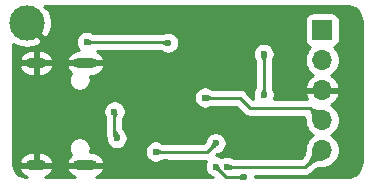
<source format=gbr>
%TF.GenerationSoftware,KiCad,Pcbnew,(5.1.6)-1*%
%TF.CreationDate,2020-07-24T23:52:19+08:00*%
%TF.ProjectId,USB_UART_CP2102,5553425f-5541-4525-945f-435032313032,rev?*%
%TF.SameCoordinates,Original*%
%TF.FileFunction,Copper,L2,Bot*%
%TF.FilePolarity,Positive*%
%FSLAX46Y46*%
G04 Gerber Fmt 4.6, Leading zero omitted, Abs format (unit mm)*
G04 Created by KiCad (PCBNEW (5.1.6)-1) date 2020-07-24 23:52:19*
%MOMM*%
%LPD*%
G01*
G04 APERTURE LIST*
%TA.AperFunction,ComponentPad*%
%ADD10C,3.000000*%
%TD*%
%TA.AperFunction,ComponentPad*%
%ADD11O,1.700000X1.700000*%
%TD*%
%TA.AperFunction,ComponentPad*%
%ADD12R,1.700000X1.700000*%
%TD*%
%TA.AperFunction,ComponentPad*%
%ADD13O,2.000000X0.900000*%
%TD*%
%TA.AperFunction,ComponentPad*%
%ADD14O,1.700000X0.900000*%
%TD*%
%TA.AperFunction,ViaPad*%
%ADD15C,1.200000*%
%TD*%
%TA.AperFunction,ViaPad*%
%ADD16C,0.600000*%
%TD*%
%TA.AperFunction,Conductor*%
%ADD17C,0.250000*%
%TD*%
%TA.AperFunction,Conductor*%
%ADD18C,0.254000*%
%TD*%
%TA.AperFunction,Conductor*%
%ADD19C,0.025400*%
%TD*%
G04 APERTURE END LIST*
D10*
%TO.P,REF\u002A\u002A,1*%
%TO.N,GND*%
X121905000Y-96157000D03*
%TD*%
D11*
%TO.P,J2,5*%
%TO.N,VBUS*%
X146924000Y-106952000D03*
%TO.P,J2,4*%
%TO.N,+3V3*%
X146924000Y-104412000D03*
%TO.P,J2,3*%
%TO.N,GND*%
X146924000Y-101872000D03*
%TO.P,J2,2*%
%TO.N,/TXD*%
X146924000Y-99332000D03*
D12*
%TO.P,J2,1*%
%TO.N,/RXD*%
X146924000Y-96792000D03*
%TD*%
D13*
%TO.P,J1,S1*%
%TO.N,GND*%
X126883000Y-99580000D03*
X126883000Y-108220000D03*
D14*
X122713000Y-99580000D03*
X122713000Y-108220000D03*
%TD*%
D15*
%TO.N,GND*%
X142225000Y-105174000D03*
X142225000Y-106952000D03*
X140447000Y-106952000D03*
D16*
X136256000Y-97173000D03*
X128509000Y-95649000D03*
X124445000Y-97681000D03*
X138034000Y-103523000D03*
X133716000Y-107968000D03*
D15*
X140447000Y-105174000D03*
D16*
X136000000Y-99000000D03*
X124000000Y-102000000D03*
X124000000Y-105000000D03*
X131000000Y-100000000D03*
X144638000Y-98062000D03*
X149464000Y-96792000D03*
X149464000Y-106952000D03*
X149464000Y-104412000D03*
X149464000Y-101872000D03*
X149464000Y-99332000D03*
X144384000Y-102126000D03*
X145146000Y-105682000D03*
X139812000Y-95268000D03*
X144638000Y-95268000D03*
X131430000Y-108222000D03*
X129398000Y-108476000D03*
X144384000Y-100348000D03*
%TO.N,VBUS*%
X138886000Y-108386000D03*
%TO.N,+3V3*%
X126985000Y-97808000D03*
X133900000Y-97865000D03*
X137018000Y-102507000D03*
%TO.N,Net-(J1-PadA7)*%
X129346922Y-103690501D03*
X129525000Y-105936000D03*
%TO.N,/D-*%
X137907000Y-106374990D03*
X132826992Y-107079000D03*
%TO.N,Net-(R3-Pad2)*%
X137907000Y-108349000D03*
X140320000Y-109238000D03*
%TO.N,Net-(R5-Pad2)*%
X141971000Y-98824000D03*
X141971000Y-102253000D03*
%TD*%
D17*
%TO.N,VBUS*%
X145490000Y-108386000D02*
X146924000Y-106952000D01*
X138886000Y-108386000D02*
X145490000Y-108386000D01*
%TO.N,+3V3*%
X133843000Y-97808000D02*
X133900000Y-97865000D01*
X126985000Y-97808000D02*
X133843000Y-97808000D01*
X137018000Y-102507000D02*
X139939000Y-102507000D01*
X139939000Y-102507000D02*
X140828000Y-103396000D01*
X145908000Y-103396000D02*
X146924000Y-104412000D01*
X140828000Y-103396000D02*
X145908000Y-103396000D01*
%TO.N,Net-(J1-PadA7)*%
X129346922Y-105757922D02*
X129525000Y-105936000D01*
X129346922Y-103690501D02*
X129346922Y-105757922D01*
%TO.N,/D-*%
X137202990Y-107079000D02*
X132826992Y-107079000D01*
X137907000Y-106374990D02*
X137202990Y-107079000D01*
%TO.N,Net-(R3-Pad2)*%
X137907000Y-108349000D02*
X138796000Y-109238000D01*
X138796000Y-109238000D02*
X140320000Y-109238000D01*
%TO.N,Net-(R5-Pad2)*%
X141971000Y-98824000D02*
X141971000Y-102253000D01*
%TD*%
D18*
%TO.N,GND*%
G36*
X149245021Y-94762549D02*
G01*
X149480712Y-94833708D01*
X149698089Y-94949291D01*
X149888879Y-95104895D01*
X150045811Y-95294593D01*
X150162906Y-95511157D01*
X150235709Y-95746344D01*
X150265000Y-96025028D01*
X150265001Y-107964043D01*
X150237451Y-108245021D01*
X150166291Y-108480712D01*
X150050711Y-108698088D01*
X149895104Y-108888879D01*
X149705408Y-109045811D01*
X149488843Y-109162906D01*
X149253656Y-109235709D01*
X148974972Y-109265000D01*
X141255000Y-109265000D01*
X141255000Y-109146000D01*
X145452678Y-109146000D01*
X145490000Y-109149676D01*
X145527322Y-109146000D01*
X145527333Y-109146000D01*
X145638986Y-109135003D01*
X145782247Y-109091546D01*
X145914276Y-109020974D01*
X146030001Y-108926001D01*
X146053804Y-108896997D01*
X146215885Y-108734916D01*
X146289067Y-108666683D01*
X146353668Y-108614736D01*
X146417715Y-108570902D01*
X146481610Y-108534329D01*
X146545991Y-108504237D01*
X146611739Y-108479990D01*
X146679915Y-108461178D01*
X146751606Y-108447670D01*
X146827826Y-108439612D01*
X146922667Y-108437000D01*
X147070260Y-108437000D01*
X147357158Y-108379932D01*
X147627411Y-108267990D01*
X147870632Y-108105475D01*
X148077475Y-107898632D01*
X148239990Y-107655411D01*
X148351932Y-107385158D01*
X148409000Y-107098260D01*
X148409000Y-106805740D01*
X148351932Y-106518842D01*
X148239990Y-106248589D01*
X148077475Y-106005368D01*
X147870632Y-105798525D01*
X147696240Y-105682000D01*
X147870632Y-105565475D01*
X148077475Y-105358632D01*
X148239990Y-105115411D01*
X148351932Y-104845158D01*
X148409000Y-104558260D01*
X148409000Y-104265740D01*
X148351932Y-103978842D01*
X148239990Y-103708589D01*
X148077475Y-103465368D01*
X147870632Y-103258525D01*
X147688466Y-103136805D01*
X147805355Y-103067178D01*
X148021588Y-102872269D01*
X148195641Y-102638920D01*
X148320825Y-102376099D01*
X148365476Y-102228890D01*
X148244155Y-101999000D01*
X147051000Y-101999000D01*
X147051000Y-102019000D01*
X146797000Y-102019000D01*
X146797000Y-101999000D01*
X145603845Y-101999000D01*
X145482524Y-102228890D01*
X145527175Y-102376099D01*
X145650968Y-102636000D01*
X142824393Y-102636000D01*
X142870068Y-102525729D01*
X142906000Y-102345089D01*
X142906000Y-102160911D01*
X142870068Y-101980271D01*
X142799586Y-101810111D01*
X142731000Y-101707465D01*
X142731000Y-99369535D01*
X142799586Y-99266889D01*
X142870068Y-99096729D01*
X142906000Y-98916089D01*
X142906000Y-98731911D01*
X142870068Y-98551271D01*
X142799586Y-98381111D01*
X142697262Y-98227972D01*
X142567028Y-98097738D01*
X142413889Y-97995414D01*
X142243729Y-97924932D01*
X142063089Y-97889000D01*
X141878911Y-97889000D01*
X141698271Y-97924932D01*
X141528111Y-97995414D01*
X141374972Y-98097738D01*
X141244738Y-98227972D01*
X141142414Y-98381111D01*
X141071932Y-98551271D01*
X141036000Y-98731911D01*
X141036000Y-98916089D01*
X141071932Y-99096729D01*
X141142414Y-99266889D01*
X141211000Y-99369536D01*
X141211001Y-101707463D01*
X141142414Y-101810111D01*
X141071932Y-101980271D01*
X141036000Y-102160911D01*
X141036000Y-102345089D01*
X141071932Y-102525729D01*
X141099793Y-102592991D01*
X140502803Y-101996002D01*
X140479001Y-101966999D01*
X140363276Y-101872026D01*
X140231247Y-101801454D01*
X140087986Y-101757997D01*
X139976333Y-101747000D01*
X139976322Y-101747000D01*
X139939000Y-101743324D01*
X139901678Y-101747000D01*
X137563535Y-101747000D01*
X137460889Y-101678414D01*
X137290729Y-101607932D01*
X137110089Y-101572000D01*
X136925911Y-101572000D01*
X136745271Y-101607932D01*
X136575111Y-101678414D01*
X136421972Y-101780738D01*
X136291738Y-101910972D01*
X136189414Y-102064111D01*
X136118932Y-102234271D01*
X136083000Y-102414911D01*
X136083000Y-102599089D01*
X136118932Y-102779729D01*
X136189414Y-102949889D01*
X136291738Y-103103028D01*
X136421972Y-103233262D01*
X136575111Y-103335586D01*
X136745271Y-103406068D01*
X136925911Y-103442000D01*
X137110089Y-103442000D01*
X137290729Y-103406068D01*
X137460889Y-103335586D01*
X137563535Y-103267000D01*
X139624199Y-103267000D01*
X140264200Y-103907002D01*
X140287999Y-103936001D01*
X140403724Y-104030974D01*
X140535753Y-104101546D01*
X140679014Y-104145003D01*
X140790667Y-104156000D01*
X140790677Y-104156000D01*
X140828000Y-104159676D01*
X140865323Y-104156000D01*
X145427268Y-104156000D01*
X145432885Y-104208037D01*
X145437872Y-104297004D01*
X145439000Y-104402852D01*
X145439000Y-104558260D01*
X145496068Y-104845158D01*
X145608010Y-105115411D01*
X145770525Y-105358632D01*
X145977368Y-105565475D01*
X146151760Y-105682000D01*
X145977368Y-105798525D01*
X145770525Y-106005368D01*
X145608010Y-106248589D01*
X145496068Y-106518842D01*
X145439000Y-106805740D01*
X145439000Y-106953333D01*
X145436388Y-107048177D01*
X145428330Y-107124385D01*
X145414821Y-107196084D01*
X145396010Y-107264256D01*
X145371760Y-107330016D01*
X145341669Y-107394394D01*
X145305102Y-107458276D01*
X145261263Y-107522331D01*
X145209310Y-107586940D01*
X145172892Y-107626000D01*
X139431535Y-107626000D01*
X139328889Y-107557414D01*
X139158729Y-107486932D01*
X138978089Y-107451000D01*
X138793911Y-107451000D01*
X138613271Y-107486932D01*
X138443111Y-107557414D01*
X138424187Y-107570058D01*
X138349889Y-107520414D01*
X138179729Y-107449932D01*
X137999089Y-107414000D01*
X137942792Y-107414000D01*
X138058649Y-107298143D01*
X138179729Y-107274058D01*
X138349889Y-107203576D01*
X138503028Y-107101252D01*
X138633262Y-106971018D01*
X138735586Y-106817879D01*
X138806068Y-106647719D01*
X138842000Y-106467079D01*
X138842000Y-106282901D01*
X138806068Y-106102261D01*
X138735586Y-105932101D01*
X138633262Y-105778962D01*
X138503028Y-105648728D01*
X138349889Y-105546404D01*
X138179729Y-105475922D01*
X137999089Y-105439990D01*
X137814911Y-105439990D01*
X137634271Y-105475922D01*
X137464111Y-105546404D01*
X137310972Y-105648728D01*
X137180738Y-105778962D01*
X137078414Y-105932101D01*
X137007932Y-106102261D01*
X136983847Y-106223341D01*
X136888188Y-106319000D01*
X133372527Y-106319000D01*
X133269881Y-106250414D01*
X133099721Y-106179932D01*
X132919081Y-106144000D01*
X132734903Y-106144000D01*
X132554263Y-106179932D01*
X132384103Y-106250414D01*
X132230964Y-106352738D01*
X132100730Y-106482972D01*
X131998406Y-106636111D01*
X131927924Y-106806271D01*
X131891992Y-106986911D01*
X131891992Y-107171089D01*
X131927924Y-107351729D01*
X131998406Y-107521889D01*
X132100730Y-107675028D01*
X132230964Y-107805262D01*
X132384103Y-107907586D01*
X132554263Y-107978068D01*
X132734903Y-108014000D01*
X132919081Y-108014000D01*
X133099721Y-107978068D01*
X133269881Y-107907586D01*
X133372527Y-107839000D01*
X137123256Y-107839000D01*
X137078414Y-107906111D01*
X137007932Y-108076271D01*
X136972000Y-108256911D01*
X136972000Y-108441089D01*
X137007932Y-108621729D01*
X137078414Y-108791889D01*
X137180738Y-108945028D01*
X137310972Y-109075262D01*
X137464111Y-109177586D01*
X137634271Y-109248068D01*
X137719393Y-109265000D01*
X127743441Y-109265000D01*
X127769233Y-109259376D01*
X127965545Y-109173809D01*
X128141391Y-109051587D01*
X128290014Y-108897408D01*
X128405702Y-108717197D01*
X128477408Y-108514001D01*
X128350502Y-108347000D01*
X127010000Y-108347000D01*
X127010000Y-108367000D01*
X126756000Y-108367000D01*
X126756000Y-108347000D01*
X125415498Y-108347000D01*
X125288592Y-108514001D01*
X125360298Y-108717197D01*
X125475986Y-108897408D01*
X125624609Y-109051587D01*
X125800455Y-109173809D01*
X125996767Y-109259376D01*
X126022559Y-109265000D01*
X123423441Y-109265000D01*
X123449233Y-109259376D01*
X123645545Y-109173809D01*
X123821391Y-109051587D01*
X123970014Y-108897408D01*
X124085702Y-108717197D01*
X124157408Y-108514001D01*
X124030502Y-108347000D01*
X122840000Y-108347000D01*
X122840000Y-108367000D01*
X122586000Y-108367000D01*
X122586000Y-108347000D01*
X121395498Y-108347000D01*
X121268592Y-108514001D01*
X121340298Y-108717197D01*
X121455986Y-108897408D01*
X121604609Y-109051587D01*
X121780455Y-109173809D01*
X121976238Y-109259145D01*
X121754979Y-109237451D01*
X121519288Y-109166291D01*
X121301912Y-109050711D01*
X121111121Y-108895104D01*
X120954189Y-108705408D01*
X120837094Y-108488843D01*
X120764291Y-108253656D01*
X120735000Y-107974972D01*
X120735000Y-107925999D01*
X121268592Y-107925999D01*
X121395498Y-108093000D01*
X122586000Y-108093000D01*
X122586000Y-107135000D01*
X122840000Y-107135000D01*
X122840000Y-108093000D01*
X124030502Y-108093000D01*
X124157408Y-107925999D01*
X125288592Y-107925999D01*
X125415498Y-108093000D01*
X126756000Y-108093000D01*
X126756000Y-108073000D01*
X127010000Y-108073000D01*
X127010000Y-108093000D01*
X128350502Y-108093000D01*
X128477408Y-107925999D01*
X128405702Y-107722803D01*
X128290014Y-107542592D01*
X128141391Y-107388413D01*
X127965545Y-107266191D01*
X127769233Y-107180624D01*
X127560000Y-107135000D01*
X127272133Y-107135000D01*
X127302068Y-107062729D01*
X127338000Y-106882089D01*
X127338000Y-106697911D01*
X127302068Y-106517271D01*
X127231586Y-106347111D01*
X127129262Y-106193972D01*
X126999028Y-106063738D01*
X126845889Y-105961414D01*
X126675729Y-105890932D01*
X126495089Y-105855000D01*
X126310911Y-105855000D01*
X126130271Y-105890932D01*
X125960111Y-105961414D01*
X125806972Y-106063738D01*
X125676738Y-106193972D01*
X125574414Y-106347111D01*
X125503932Y-106517271D01*
X125468000Y-106697911D01*
X125468000Y-106882089D01*
X125503932Y-107062729D01*
X125574414Y-107232889D01*
X125661294Y-107362915D01*
X125624609Y-107388413D01*
X125475986Y-107542592D01*
X125360298Y-107722803D01*
X125288592Y-107925999D01*
X124157408Y-107925999D01*
X124085702Y-107722803D01*
X123970014Y-107542592D01*
X123821391Y-107388413D01*
X123645545Y-107266191D01*
X123449233Y-107180624D01*
X123240000Y-107135000D01*
X122840000Y-107135000D01*
X122586000Y-107135000D01*
X122186000Y-107135000D01*
X121976767Y-107180624D01*
X121780455Y-107266191D01*
X121604609Y-107388413D01*
X121455986Y-107542592D01*
X121340298Y-107722803D01*
X121268592Y-107925999D01*
X120735000Y-107925999D01*
X120735000Y-103598412D01*
X128411922Y-103598412D01*
X128411922Y-103782590D01*
X128447854Y-103963230D01*
X128518336Y-104133390D01*
X128586922Y-104236037D01*
X128586923Y-105720590D01*
X128583246Y-105757922D01*
X128586923Y-105795255D01*
X128591147Y-105838144D01*
X128590000Y-105843911D01*
X128590000Y-106028089D01*
X128625932Y-106208729D01*
X128696414Y-106378889D01*
X128798738Y-106532028D01*
X128928972Y-106662262D01*
X129082111Y-106764586D01*
X129252271Y-106835068D01*
X129432911Y-106871000D01*
X129617089Y-106871000D01*
X129797729Y-106835068D01*
X129967889Y-106764586D01*
X130121028Y-106662262D01*
X130251262Y-106532028D01*
X130353586Y-106378889D01*
X130424068Y-106208729D01*
X130460000Y-106028089D01*
X130460000Y-105843911D01*
X130424068Y-105663271D01*
X130353586Y-105493111D01*
X130251262Y-105339972D01*
X130189296Y-105278006D01*
X130189214Y-105277910D01*
X130181681Y-105268292D01*
X130168672Y-105250566D01*
X130151434Y-105225817D01*
X130130673Y-105194699D01*
X130106922Y-105157788D01*
X130106922Y-104236036D01*
X130175508Y-104133390D01*
X130245990Y-103963230D01*
X130281922Y-103782590D01*
X130281922Y-103598412D01*
X130245990Y-103417772D01*
X130175508Y-103247612D01*
X130073184Y-103094473D01*
X129942950Y-102964239D01*
X129789811Y-102861915D01*
X129619651Y-102791433D01*
X129439011Y-102755501D01*
X129254833Y-102755501D01*
X129074193Y-102791433D01*
X128904033Y-102861915D01*
X128750894Y-102964239D01*
X128620660Y-103094473D01*
X128518336Y-103247612D01*
X128447854Y-103417772D01*
X128411922Y-103598412D01*
X120735000Y-103598412D01*
X120735000Y-99874001D01*
X121268592Y-99874001D01*
X121340298Y-100077197D01*
X121455986Y-100257408D01*
X121604609Y-100411587D01*
X121780455Y-100533809D01*
X121976767Y-100619376D01*
X122186000Y-100665000D01*
X122586000Y-100665000D01*
X122586000Y-99707000D01*
X122840000Y-99707000D01*
X122840000Y-100665000D01*
X123240000Y-100665000D01*
X123449233Y-100619376D01*
X123645545Y-100533809D01*
X123821391Y-100411587D01*
X123970014Y-100257408D01*
X124085702Y-100077197D01*
X124157408Y-99874001D01*
X125288592Y-99874001D01*
X125360298Y-100077197D01*
X125475986Y-100257408D01*
X125624609Y-100411587D01*
X125661294Y-100437085D01*
X125574414Y-100567111D01*
X125503932Y-100737271D01*
X125468000Y-100917911D01*
X125468000Y-101102089D01*
X125503932Y-101282729D01*
X125574414Y-101452889D01*
X125676738Y-101606028D01*
X125806972Y-101736262D01*
X125960111Y-101838586D01*
X126130271Y-101909068D01*
X126310911Y-101945000D01*
X126495089Y-101945000D01*
X126675729Y-101909068D01*
X126845889Y-101838586D01*
X126999028Y-101736262D01*
X127129262Y-101606028D01*
X127231586Y-101452889D01*
X127302068Y-101282729D01*
X127338000Y-101102089D01*
X127338000Y-100917911D01*
X127302068Y-100737271D01*
X127272133Y-100665000D01*
X127560000Y-100665000D01*
X127769233Y-100619376D01*
X127965545Y-100533809D01*
X128141391Y-100411587D01*
X128290014Y-100257408D01*
X128405702Y-100077197D01*
X128477408Y-99874001D01*
X128350502Y-99707000D01*
X127010000Y-99707000D01*
X127010000Y-99727000D01*
X126756000Y-99727000D01*
X126756000Y-99707000D01*
X125415498Y-99707000D01*
X125288592Y-99874001D01*
X124157408Y-99874001D01*
X124030502Y-99707000D01*
X122840000Y-99707000D01*
X122586000Y-99707000D01*
X121395498Y-99707000D01*
X121268592Y-99874001D01*
X120735000Y-99874001D01*
X120735000Y-99285999D01*
X121268592Y-99285999D01*
X121395498Y-99453000D01*
X122586000Y-99453000D01*
X122586000Y-98495000D01*
X122840000Y-98495000D01*
X122840000Y-99453000D01*
X124030502Y-99453000D01*
X124157408Y-99285999D01*
X125288592Y-99285999D01*
X125415498Y-99453000D01*
X126756000Y-99453000D01*
X126756000Y-99433000D01*
X127010000Y-99433000D01*
X127010000Y-99453000D01*
X128350502Y-99453000D01*
X128477408Y-99285999D01*
X128405702Y-99082803D01*
X128290014Y-98902592D01*
X128141391Y-98748413D01*
X127965545Y-98626191D01*
X127832040Y-98568000D01*
X133280710Y-98568000D01*
X133303972Y-98591262D01*
X133457111Y-98693586D01*
X133627271Y-98764068D01*
X133807911Y-98800000D01*
X133992089Y-98800000D01*
X134172729Y-98764068D01*
X134342889Y-98693586D01*
X134496028Y-98591262D01*
X134626262Y-98461028D01*
X134728586Y-98307889D01*
X134799068Y-98137729D01*
X134835000Y-97957089D01*
X134835000Y-97772911D01*
X134799068Y-97592271D01*
X134728586Y-97422111D01*
X134626262Y-97268972D01*
X134496028Y-97138738D01*
X134342889Y-97036414D01*
X134172729Y-96965932D01*
X133992089Y-96930000D01*
X133807911Y-96930000D01*
X133627271Y-96965932D01*
X133457111Y-97036414D01*
X133439771Y-97048000D01*
X127530535Y-97048000D01*
X127427889Y-96979414D01*
X127257729Y-96908932D01*
X127077089Y-96873000D01*
X126892911Y-96873000D01*
X126712271Y-96908932D01*
X126542111Y-96979414D01*
X126388972Y-97081738D01*
X126258738Y-97211972D01*
X126156414Y-97365111D01*
X126085932Y-97535271D01*
X126050000Y-97715911D01*
X126050000Y-97900089D01*
X126085932Y-98080729D01*
X126156414Y-98250889D01*
X126258738Y-98404028D01*
X126349710Y-98495000D01*
X126206000Y-98495000D01*
X125996767Y-98540624D01*
X125800455Y-98626191D01*
X125624609Y-98748413D01*
X125475986Y-98902592D01*
X125360298Y-99082803D01*
X125288592Y-99285999D01*
X124157408Y-99285999D01*
X124085702Y-99082803D01*
X123970014Y-98902592D01*
X123821391Y-98748413D01*
X123645545Y-98626191D01*
X123449233Y-98540624D01*
X123240000Y-98495000D01*
X122840000Y-98495000D01*
X122586000Y-98495000D01*
X122186000Y-98495000D01*
X121976767Y-98540624D01*
X121780455Y-98626191D01*
X121604609Y-98748413D01*
X121455986Y-98902592D01*
X121340298Y-99082803D01*
X121268592Y-99285999D01*
X120735000Y-99285999D01*
X120735000Y-97935973D01*
X120748962Y-97964214D01*
X121123745Y-98155020D01*
X121528551Y-98269044D01*
X121947824Y-98301902D01*
X122365451Y-98252334D01*
X122765383Y-98122243D01*
X123061038Y-97964214D01*
X123217048Y-97648653D01*
X121905000Y-96336605D01*
X121890858Y-96350748D01*
X121711253Y-96171143D01*
X121725395Y-96157000D01*
X121711253Y-96142858D01*
X121890858Y-95963253D01*
X121905000Y-95977395D01*
X121919143Y-95963253D01*
X122098748Y-96142858D01*
X122084605Y-96157000D01*
X123396653Y-97469048D01*
X123712214Y-97313038D01*
X123903020Y-96938255D01*
X124017044Y-96533449D01*
X124049902Y-96114176D01*
X124029467Y-95942000D01*
X145435928Y-95942000D01*
X145435928Y-97642000D01*
X145448188Y-97766482D01*
X145484498Y-97886180D01*
X145543463Y-97996494D01*
X145622815Y-98093185D01*
X145719506Y-98172537D01*
X145829820Y-98231502D01*
X145902380Y-98253513D01*
X145770525Y-98385368D01*
X145608010Y-98628589D01*
X145496068Y-98898842D01*
X145439000Y-99185740D01*
X145439000Y-99478260D01*
X145496068Y-99765158D01*
X145608010Y-100035411D01*
X145770525Y-100278632D01*
X145977368Y-100485475D01*
X146159534Y-100607195D01*
X146042645Y-100676822D01*
X145826412Y-100871731D01*
X145652359Y-101105080D01*
X145527175Y-101367901D01*
X145482524Y-101515110D01*
X145603845Y-101745000D01*
X146797000Y-101745000D01*
X146797000Y-101725000D01*
X147051000Y-101725000D01*
X147051000Y-101745000D01*
X148244155Y-101745000D01*
X148365476Y-101515110D01*
X148320825Y-101367901D01*
X148195641Y-101105080D01*
X148021588Y-100871731D01*
X147805355Y-100676822D01*
X147688466Y-100607195D01*
X147870632Y-100485475D01*
X148077475Y-100278632D01*
X148239990Y-100035411D01*
X148351932Y-99765158D01*
X148409000Y-99478260D01*
X148409000Y-99185740D01*
X148351932Y-98898842D01*
X148239990Y-98628589D01*
X148077475Y-98385368D01*
X147945620Y-98253513D01*
X148018180Y-98231502D01*
X148128494Y-98172537D01*
X148225185Y-98093185D01*
X148304537Y-97996494D01*
X148363502Y-97886180D01*
X148399812Y-97766482D01*
X148412072Y-97642000D01*
X148412072Y-95942000D01*
X148399812Y-95817518D01*
X148363502Y-95697820D01*
X148304537Y-95587506D01*
X148225185Y-95490815D01*
X148128494Y-95411463D01*
X148018180Y-95352498D01*
X147898482Y-95316188D01*
X147774000Y-95303928D01*
X146074000Y-95303928D01*
X145949518Y-95316188D01*
X145829820Y-95352498D01*
X145719506Y-95411463D01*
X145622815Y-95490815D01*
X145543463Y-95587506D01*
X145484498Y-95697820D01*
X145448188Y-95817518D01*
X145435928Y-95942000D01*
X124029467Y-95942000D01*
X124000334Y-95696549D01*
X123870243Y-95296617D01*
X123712214Y-95000962D01*
X123396655Y-94844953D01*
X123506608Y-94735000D01*
X148964053Y-94735000D01*
X149245021Y-94762549D01*
G37*
X149245021Y-94762549D02*
X149480712Y-94833708D01*
X149698089Y-94949291D01*
X149888879Y-95104895D01*
X150045811Y-95294593D01*
X150162906Y-95511157D01*
X150235709Y-95746344D01*
X150265000Y-96025028D01*
X150265001Y-107964043D01*
X150237451Y-108245021D01*
X150166291Y-108480712D01*
X150050711Y-108698088D01*
X149895104Y-108888879D01*
X149705408Y-109045811D01*
X149488843Y-109162906D01*
X149253656Y-109235709D01*
X148974972Y-109265000D01*
X141255000Y-109265000D01*
X141255000Y-109146000D01*
X145452678Y-109146000D01*
X145490000Y-109149676D01*
X145527322Y-109146000D01*
X145527333Y-109146000D01*
X145638986Y-109135003D01*
X145782247Y-109091546D01*
X145914276Y-109020974D01*
X146030001Y-108926001D01*
X146053804Y-108896997D01*
X146215885Y-108734916D01*
X146289067Y-108666683D01*
X146353668Y-108614736D01*
X146417715Y-108570902D01*
X146481610Y-108534329D01*
X146545991Y-108504237D01*
X146611739Y-108479990D01*
X146679915Y-108461178D01*
X146751606Y-108447670D01*
X146827826Y-108439612D01*
X146922667Y-108437000D01*
X147070260Y-108437000D01*
X147357158Y-108379932D01*
X147627411Y-108267990D01*
X147870632Y-108105475D01*
X148077475Y-107898632D01*
X148239990Y-107655411D01*
X148351932Y-107385158D01*
X148409000Y-107098260D01*
X148409000Y-106805740D01*
X148351932Y-106518842D01*
X148239990Y-106248589D01*
X148077475Y-106005368D01*
X147870632Y-105798525D01*
X147696240Y-105682000D01*
X147870632Y-105565475D01*
X148077475Y-105358632D01*
X148239990Y-105115411D01*
X148351932Y-104845158D01*
X148409000Y-104558260D01*
X148409000Y-104265740D01*
X148351932Y-103978842D01*
X148239990Y-103708589D01*
X148077475Y-103465368D01*
X147870632Y-103258525D01*
X147688466Y-103136805D01*
X147805355Y-103067178D01*
X148021588Y-102872269D01*
X148195641Y-102638920D01*
X148320825Y-102376099D01*
X148365476Y-102228890D01*
X148244155Y-101999000D01*
X147051000Y-101999000D01*
X147051000Y-102019000D01*
X146797000Y-102019000D01*
X146797000Y-101999000D01*
X145603845Y-101999000D01*
X145482524Y-102228890D01*
X145527175Y-102376099D01*
X145650968Y-102636000D01*
X142824393Y-102636000D01*
X142870068Y-102525729D01*
X142906000Y-102345089D01*
X142906000Y-102160911D01*
X142870068Y-101980271D01*
X142799586Y-101810111D01*
X142731000Y-101707465D01*
X142731000Y-99369535D01*
X142799586Y-99266889D01*
X142870068Y-99096729D01*
X142906000Y-98916089D01*
X142906000Y-98731911D01*
X142870068Y-98551271D01*
X142799586Y-98381111D01*
X142697262Y-98227972D01*
X142567028Y-98097738D01*
X142413889Y-97995414D01*
X142243729Y-97924932D01*
X142063089Y-97889000D01*
X141878911Y-97889000D01*
X141698271Y-97924932D01*
X141528111Y-97995414D01*
X141374972Y-98097738D01*
X141244738Y-98227972D01*
X141142414Y-98381111D01*
X141071932Y-98551271D01*
X141036000Y-98731911D01*
X141036000Y-98916089D01*
X141071932Y-99096729D01*
X141142414Y-99266889D01*
X141211000Y-99369536D01*
X141211001Y-101707463D01*
X141142414Y-101810111D01*
X141071932Y-101980271D01*
X141036000Y-102160911D01*
X141036000Y-102345089D01*
X141071932Y-102525729D01*
X141099793Y-102592991D01*
X140502803Y-101996002D01*
X140479001Y-101966999D01*
X140363276Y-101872026D01*
X140231247Y-101801454D01*
X140087986Y-101757997D01*
X139976333Y-101747000D01*
X139976322Y-101747000D01*
X139939000Y-101743324D01*
X139901678Y-101747000D01*
X137563535Y-101747000D01*
X137460889Y-101678414D01*
X137290729Y-101607932D01*
X137110089Y-101572000D01*
X136925911Y-101572000D01*
X136745271Y-101607932D01*
X136575111Y-101678414D01*
X136421972Y-101780738D01*
X136291738Y-101910972D01*
X136189414Y-102064111D01*
X136118932Y-102234271D01*
X136083000Y-102414911D01*
X136083000Y-102599089D01*
X136118932Y-102779729D01*
X136189414Y-102949889D01*
X136291738Y-103103028D01*
X136421972Y-103233262D01*
X136575111Y-103335586D01*
X136745271Y-103406068D01*
X136925911Y-103442000D01*
X137110089Y-103442000D01*
X137290729Y-103406068D01*
X137460889Y-103335586D01*
X137563535Y-103267000D01*
X139624199Y-103267000D01*
X140264200Y-103907002D01*
X140287999Y-103936001D01*
X140403724Y-104030974D01*
X140535753Y-104101546D01*
X140679014Y-104145003D01*
X140790667Y-104156000D01*
X140790677Y-104156000D01*
X140828000Y-104159676D01*
X140865323Y-104156000D01*
X145427268Y-104156000D01*
X145432885Y-104208037D01*
X145437872Y-104297004D01*
X145439000Y-104402852D01*
X145439000Y-104558260D01*
X145496068Y-104845158D01*
X145608010Y-105115411D01*
X145770525Y-105358632D01*
X145977368Y-105565475D01*
X146151760Y-105682000D01*
X145977368Y-105798525D01*
X145770525Y-106005368D01*
X145608010Y-106248589D01*
X145496068Y-106518842D01*
X145439000Y-106805740D01*
X145439000Y-106953333D01*
X145436388Y-107048177D01*
X145428330Y-107124385D01*
X145414821Y-107196084D01*
X145396010Y-107264256D01*
X145371760Y-107330016D01*
X145341669Y-107394394D01*
X145305102Y-107458276D01*
X145261263Y-107522331D01*
X145209310Y-107586940D01*
X145172892Y-107626000D01*
X139431535Y-107626000D01*
X139328889Y-107557414D01*
X139158729Y-107486932D01*
X138978089Y-107451000D01*
X138793911Y-107451000D01*
X138613271Y-107486932D01*
X138443111Y-107557414D01*
X138424187Y-107570058D01*
X138349889Y-107520414D01*
X138179729Y-107449932D01*
X137999089Y-107414000D01*
X137942792Y-107414000D01*
X138058649Y-107298143D01*
X138179729Y-107274058D01*
X138349889Y-107203576D01*
X138503028Y-107101252D01*
X138633262Y-106971018D01*
X138735586Y-106817879D01*
X138806068Y-106647719D01*
X138842000Y-106467079D01*
X138842000Y-106282901D01*
X138806068Y-106102261D01*
X138735586Y-105932101D01*
X138633262Y-105778962D01*
X138503028Y-105648728D01*
X138349889Y-105546404D01*
X138179729Y-105475922D01*
X137999089Y-105439990D01*
X137814911Y-105439990D01*
X137634271Y-105475922D01*
X137464111Y-105546404D01*
X137310972Y-105648728D01*
X137180738Y-105778962D01*
X137078414Y-105932101D01*
X137007932Y-106102261D01*
X136983847Y-106223341D01*
X136888188Y-106319000D01*
X133372527Y-106319000D01*
X133269881Y-106250414D01*
X133099721Y-106179932D01*
X132919081Y-106144000D01*
X132734903Y-106144000D01*
X132554263Y-106179932D01*
X132384103Y-106250414D01*
X132230964Y-106352738D01*
X132100730Y-106482972D01*
X131998406Y-106636111D01*
X131927924Y-106806271D01*
X131891992Y-106986911D01*
X131891992Y-107171089D01*
X131927924Y-107351729D01*
X131998406Y-107521889D01*
X132100730Y-107675028D01*
X132230964Y-107805262D01*
X132384103Y-107907586D01*
X132554263Y-107978068D01*
X132734903Y-108014000D01*
X132919081Y-108014000D01*
X133099721Y-107978068D01*
X133269881Y-107907586D01*
X133372527Y-107839000D01*
X137123256Y-107839000D01*
X137078414Y-107906111D01*
X137007932Y-108076271D01*
X136972000Y-108256911D01*
X136972000Y-108441089D01*
X137007932Y-108621729D01*
X137078414Y-108791889D01*
X137180738Y-108945028D01*
X137310972Y-109075262D01*
X137464111Y-109177586D01*
X137634271Y-109248068D01*
X137719393Y-109265000D01*
X127743441Y-109265000D01*
X127769233Y-109259376D01*
X127965545Y-109173809D01*
X128141391Y-109051587D01*
X128290014Y-108897408D01*
X128405702Y-108717197D01*
X128477408Y-108514001D01*
X128350502Y-108347000D01*
X127010000Y-108347000D01*
X127010000Y-108367000D01*
X126756000Y-108367000D01*
X126756000Y-108347000D01*
X125415498Y-108347000D01*
X125288592Y-108514001D01*
X125360298Y-108717197D01*
X125475986Y-108897408D01*
X125624609Y-109051587D01*
X125800455Y-109173809D01*
X125996767Y-109259376D01*
X126022559Y-109265000D01*
X123423441Y-109265000D01*
X123449233Y-109259376D01*
X123645545Y-109173809D01*
X123821391Y-109051587D01*
X123970014Y-108897408D01*
X124085702Y-108717197D01*
X124157408Y-108514001D01*
X124030502Y-108347000D01*
X122840000Y-108347000D01*
X122840000Y-108367000D01*
X122586000Y-108367000D01*
X122586000Y-108347000D01*
X121395498Y-108347000D01*
X121268592Y-108514001D01*
X121340298Y-108717197D01*
X121455986Y-108897408D01*
X121604609Y-109051587D01*
X121780455Y-109173809D01*
X121976238Y-109259145D01*
X121754979Y-109237451D01*
X121519288Y-109166291D01*
X121301912Y-109050711D01*
X121111121Y-108895104D01*
X120954189Y-108705408D01*
X120837094Y-108488843D01*
X120764291Y-108253656D01*
X120735000Y-107974972D01*
X120735000Y-107925999D01*
X121268592Y-107925999D01*
X121395498Y-108093000D01*
X122586000Y-108093000D01*
X122586000Y-107135000D01*
X122840000Y-107135000D01*
X122840000Y-108093000D01*
X124030502Y-108093000D01*
X124157408Y-107925999D01*
X125288592Y-107925999D01*
X125415498Y-108093000D01*
X126756000Y-108093000D01*
X126756000Y-108073000D01*
X127010000Y-108073000D01*
X127010000Y-108093000D01*
X128350502Y-108093000D01*
X128477408Y-107925999D01*
X128405702Y-107722803D01*
X128290014Y-107542592D01*
X128141391Y-107388413D01*
X127965545Y-107266191D01*
X127769233Y-107180624D01*
X127560000Y-107135000D01*
X127272133Y-107135000D01*
X127302068Y-107062729D01*
X127338000Y-106882089D01*
X127338000Y-106697911D01*
X127302068Y-106517271D01*
X127231586Y-106347111D01*
X127129262Y-106193972D01*
X126999028Y-106063738D01*
X126845889Y-105961414D01*
X126675729Y-105890932D01*
X126495089Y-105855000D01*
X126310911Y-105855000D01*
X126130271Y-105890932D01*
X125960111Y-105961414D01*
X125806972Y-106063738D01*
X125676738Y-106193972D01*
X125574414Y-106347111D01*
X125503932Y-106517271D01*
X125468000Y-106697911D01*
X125468000Y-106882089D01*
X125503932Y-107062729D01*
X125574414Y-107232889D01*
X125661294Y-107362915D01*
X125624609Y-107388413D01*
X125475986Y-107542592D01*
X125360298Y-107722803D01*
X125288592Y-107925999D01*
X124157408Y-107925999D01*
X124085702Y-107722803D01*
X123970014Y-107542592D01*
X123821391Y-107388413D01*
X123645545Y-107266191D01*
X123449233Y-107180624D01*
X123240000Y-107135000D01*
X122840000Y-107135000D01*
X122586000Y-107135000D01*
X122186000Y-107135000D01*
X121976767Y-107180624D01*
X121780455Y-107266191D01*
X121604609Y-107388413D01*
X121455986Y-107542592D01*
X121340298Y-107722803D01*
X121268592Y-107925999D01*
X120735000Y-107925999D01*
X120735000Y-103598412D01*
X128411922Y-103598412D01*
X128411922Y-103782590D01*
X128447854Y-103963230D01*
X128518336Y-104133390D01*
X128586922Y-104236037D01*
X128586923Y-105720590D01*
X128583246Y-105757922D01*
X128586923Y-105795255D01*
X128591147Y-105838144D01*
X128590000Y-105843911D01*
X128590000Y-106028089D01*
X128625932Y-106208729D01*
X128696414Y-106378889D01*
X128798738Y-106532028D01*
X128928972Y-106662262D01*
X129082111Y-106764586D01*
X129252271Y-106835068D01*
X129432911Y-106871000D01*
X129617089Y-106871000D01*
X129797729Y-106835068D01*
X129967889Y-106764586D01*
X130121028Y-106662262D01*
X130251262Y-106532028D01*
X130353586Y-106378889D01*
X130424068Y-106208729D01*
X130460000Y-106028089D01*
X130460000Y-105843911D01*
X130424068Y-105663271D01*
X130353586Y-105493111D01*
X130251262Y-105339972D01*
X130189296Y-105278006D01*
X130189214Y-105277910D01*
X130181681Y-105268292D01*
X130168672Y-105250566D01*
X130151434Y-105225817D01*
X130130673Y-105194699D01*
X130106922Y-105157788D01*
X130106922Y-104236036D01*
X130175508Y-104133390D01*
X130245990Y-103963230D01*
X130281922Y-103782590D01*
X130281922Y-103598412D01*
X130245990Y-103417772D01*
X130175508Y-103247612D01*
X130073184Y-103094473D01*
X129942950Y-102964239D01*
X129789811Y-102861915D01*
X129619651Y-102791433D01*
X129439011Y-102755501D01*
X129254833Y-102755501D01*
X129074193Y-102791433D01*
X128904033Y-102861915D01*
X128750894Y-102964239D01*
X128620660Y-103094473D01*
X128518336Y-103247612D01*
X128447854Y-103417772D01*
X128411922Y-103598412D01*
X120735000Y-103598412D01*
X120735000Y-99874001D01*
X121268592Y-99874001D01*
X121340298Y-100077197D01*
X121455986Y-100257408D01*
X121604609Y-100411587D01*
X121780455Y-100533809D01*
X121976767Y-100619376D01*
X122186000Y-100665000D01*
X122586000Y-100665000D01*
X122586000Y-99707000D01*
X122840000Y-99707000D01*
X122840000Y-100665000D01*
X123240000Y-100665000D01*
X123449233Y-100619376D01*
X123645545Y-100533809D01*
X123821391Y-100411587D01*
X123970014Y-100257408D01*
X124085702Y-100077197D01*
X124157408Y-99874001D01*
X125288592Y-99874001D01*
X125360298Y-100077197D01*
X125475986Y-100257408D01*
X125624609Y-100411587D01*
X125661294Y-100437085D01*
X125574414Y-100567111D01*
X125503932Y-100737271D01*
X125468000Y-100917911D01*
X125468000Y-101102089D01*
X125503932Y-101282729D01*
X125574414Y-101452889D01*
X125676738Y-101606028D01*
X125806972Y-101736262D01*
X125960111Y-101838586D01*
X126130271Y-101909068D01*
X126310911Y-101945000D01*
X126495089Y-101945000D01*
X126675729Y-101909068D01*
X126845889Y-101838586D01*
X126999028Y-101736262D01*
X127129262Y-101606028D01*
X127231586Y-101452889D01*
X127302068Y-101282729D01*
X127338000Y-101102089D01*
X127338000Y-100917911D01*
X127302068Y-100737271D01*
X127272133Y-100665000D01*
X127560000Y-100665000D01*
X127769233Y-100619376D01*
X127965545Y-100533809D01*
X128141391Y-100411587D01*
X128290014Y-100257408D01*
X128405702Y-100077197D01*
X128477408Y-99874001D01*
X128350502Y-99707000D01*
X127010000Y-99707000D01*
X127010000Y-99727000D01*
X126756000Y-99727000D01*
X126756000Y-99707000D01*
X125415498Y-99707000D01*
X125288592Y-99874001D01*
X124157408Y-99874001D01*
X124030502Y-99707000D01*
X122840000Y-99707000D01*
X122586000Y-99707000D01*
X121395498Y-99707000D01*
X121268592Y-99874001D01*
X120735000Y-99874001D01*
X120735000Y-99285999D01*
X121268592Y-99285999D01*
X121395498Y-99453000D01*
X122586000Y-99453000D01*
X122586000Y-98495000D01*
X122840000Y-98495000D01*
X122840000Y-99453000D01*
X124030502Y-99453000D01*
X124157408Y-99285999D01*
X125288592Y-99285999D01*
X125415498Y-99453000D01*
X126756000Y-99453000D01*
X126756000Y-99433000D01*
X127010000Y-99433000D01*
X127010000Y-99453000D01*
X128350502Y-99453000D01*
X128477408Y-99285999D01*
X128405702Y-99082803D01*
X128290014Y-98902592D01*
X128141391Y-98748413D01*
X127965545Y-98626191D01*
X127832040Y-98568000D01*
X133280710Y-98568000D01*
X133303972Y-98591262D01*
X133457111Y-98693586D01*
X133627271Y-98764068D01*
X133807911Y-98800000D01*
X133992089Y-98800000D01*
X134172729Y-98764068D01*
X134342889Y-98693586D01*
X134496028Y-98591262D01*
X134626262Y-98461028D01*
X134728586Y-98307889D01*
X134799068Y-98137729D01*
X134835000Y-97957089D01*
X134835000Y-97772911D01*
X134799068Y-97592271D01*
X134728586Y-97422111D01*
X134626262Y-97268972D01*
X134496028Y-97138738D01*
X134342889Y-97036414D01*
X134172729Y-96965932D01*
X133992089Y-96930000D01*
X133807911Y-96930000D01*
X133627271Y-96965932D01*
X133457111Y-97036414D01*
X133439771Y-97048000D01*
X127530535Y-97048000D01*
X127427889Y-96979414D01*
X127257729Y-96908932D01*
X127077089Y-96873000D01*
X126892911Y-96873000D01*
X126712271Y-96908932D01*
X126542111Y-96979414D01*
X126388972Y-97081738D01*
X126258738Y-97211972D01*
X126156414Y-97365111D01*
X126085932Y-97535271D01*
X126050000Y-97715911D01*
X126050000Y-97900089D01*
X126085932Y-98080729D01*
X126156414Y-98250889D01*
X126258738Y-98404028D01*
X126349710Y-98495000D01*
X126206000Y-98495000D01*
X125996767Y-98540624D01*
X125800455Y-98626191D01*
X125624609Y-98748413D01*
X125475986Y-98902592D01*
X125360298Y-99082803D01*
X125288592Y-99285999D01*
X124157408Y-99285999D01*
X124085702Y-99082803D01*
X123970014Y-98902592D01*
X123821391Y-98748413D01*
X123645545Y-98626191D01*
X123449233Y-98540624D01*
X123240000Y-98495000D01*
X122840000Y-98495000D01*
X122586000Y-98495000D01*
X122186000Y-98495000D01*
X121976767Y-98540624D01*
X121780455Y-98626191D01*
X121604609Y-98748413D01*
X121455986Y-98902592D01*
X121340298Y-99082803D01*
X121268592Y-99285999D01*
X120735000Y-99285999D01*
X120735000Y-97935973D01*
X120748962Y-97964214D01*
X121123745Y-98155020D01*
X121528551Y-98269044D01*
X121947824Y-98301902D01*
X122365451Y-98252334D01*
X122765383Y-98122243D01*
X123061038Y-97964214D01*
X123217048Y-97648653D01*
X121905000Y-96336605D01*
X121890858Y-96350748D01*
X121711253Y-96171143D01*
X121725395Y-96157000D01*
X121711253Y-96142858D01*
X121890858Y-95963253D01*
X121905000Y-95977395D01*
X121919143Y-95963253D01*
X122098748Y-96142858D01*
X122084605Y-96157000D01*
X123396653Y-97469048D01*
X123712214Y-97313038D01*
X123903020Y-96938255D01*
X124017044Y-96533449D01*
X124049902Y-96114176D01*
X124029467Y-95942000D01*
X145435928Y-95942000D01*
X145435928Y-97642000D01*
X145448188Y-97766482D01*
X145484498Y-97886180D01*
X145543463Y-97996494D01*
X145622815Y-98093185D01*
X145719506Y-98172537D01*
X145829820Y-98231502D01*
X145902380Y-98253513D01*
X145770525Y-98385368D01*
X145608010Y-98628589D01*
X145496068Y-98898842D01*
X145439000Y-99185740D01*
X145439000Y-99478260D01*
X145496068Y-99765158D01*
X145608010Y-100035411D01*
X145770525Y-100278632D01*
X145977368Y-100485475D01*
X146159534Y-100607195D01*
X146042645Y-100676822D01*
X145826412Y-100871731D01*
X145652359Y-101105080D01*
X145527175Y-101367901D01*
X145482524Y-101515110D01*
X145603845Y-101745000D01*
X146797000Y-101745000D01*
X146797000Y-101725000D01*
X147051000Y-101725000D01*
X147051000Y-101745000D01*
X148244155Y-101745000D01*
X148365476Y-101515110D01*
X148320825Y-101367901D01*
X148195641Y-101105080D01*
X148021588Y-100871731D01*
X147805355Y-100676822D01*
X147688466Y-100607195D01*
X147870632Y-100485475D01*
X148077475Y-100278632D01*
X148239990Y-100035411D01*
X148351932Y-99765158D01*
X148409000Y-99478260D01*
X148409000Y-99185740D01*
X148351932Y-98898842D01*
X148239990Y-98628589D01*
X148077475Y-98385368D01*
X147945620Y-98253513D01*
X148018180Y-98231502D01*
X148128494Y-98172537D01*
X148225185Y-98093185D01*
X148304537Y-97996494D01*
X148363502Y-97886180D01*
X148399812Y-97766482D01*
X148412072Y-97642000D01*
X148412072Y-95942000D01*
X148399812Y-95817518D01*
X148363502Y-95697820D01*
X148304537Y-95587506D01*
X148225185Y-95490815D01*
X148128494Y-95411463D01*
X148018180Y-95352498D01*
X147898482Y-95316188D01*
X147774000Y-95303928D01*
X146074000Y-95303928D01*
X145949518Y-95316188D01*
X145829820Y-95352498D01*
X145719506Y-95411463D01*
X145622815Y-95490815D01*
X145543463Y-95587506D01*
X145484498Y-95697820D01*
X145448188Y-95817518D01*
X145435928Y-95942000D01*
X124029467Y-95942000D01*
X124000334Y-95696549D01*
X123870243Y-95296617D01*
X123712214Y-95000962D01*
X123396655Y-94844953D01*
X123506608Y-94735000D01*
X148964053Y-94735000D01*
X149245021Y-94762549D01*
D19*
%TO.N,VBUS*%
G36*
X146905690Y-107789522D02*
G01*
X146785284Y-107792838D01*
X146784299Y-107792903D01*
X146657943Y-107806263D01*
X146656927Y-107806413D01*
X146534079Y-107829559D01*
X146533052Y-107829797D01*
X146413713Y-107862727D01*
X146412697Y-107863053D01*
X146296867Y-107905769D01*
X146295883Y-107906180D01*
X146183561Y-107958680D01*
X146182630Y-107959163D01*
X146073818Y-108021447D01*
X146072954Y-108021989D01*
X145967650Y-108094059D01*
X145966865Y-108094642D01*
X145865071Y-108176496D01*
X145864368Y-108177104D01*
X145775051Y-108260381D01*
X145615619Y-108100949D01*
X145698895Y-108011631D01*
X145699503Y-108010928D01*
X145781357Y-107909134D01*
X145781940Y-107908349D01*
X145854010Y-107803045D01*
X145854552Y-107802181D01*
X145916837Y-107693369D01*
X145917320Y-107692438D01*
X145969820Y-107580116D01*
X145970231Y-107579132D01*
X146012946Y-107463302D01*
X146013272Y-107462286D01*
X146046202Y-107342947D01*
X146046440Y-107341920D01*
X146069586Y-107219072D01*
X146069736Y-107218056D01*
X146083097Y-107091700D01*
X146083162Y-107090715D01*
X146086478Y-106970310D01*
X147206541Y-106669459D01*
X146905690Y-107789522D01*
G37*
X146905690Y-107789522D02*
X146785284Y-107792838D01*
X146784299Y-107792903D01*
X146657943Y-107806263D01*
X146656927Y-107806413D01*
X146534079Y-107829559D01*
X146533052Y-107829797D01*
X146413713Y-107862727D01*
X146412697Y-107863053D01*
X146296867Y-107905769D01*
X146295883Y-107906180D01*
X146183561Y-107958680D01*
X146182630Y-107959163D01*
X146073818Y-108021447D01*
X146072954Y-108021989D01*
X145967650Y-108094059D01*
X145966865Y-108094642D01*
X145865071Y-108176496D01*
X145864368Y-108177104D01*
X145775051Y-108260381D01*
X145615619Y-108100949D01*
X145698895Y-108011631D01*
X145699503Y-108010928D01*
X145781357Y-107909134D01*
X145781940Y-107908349D01*
X145854010Y-107803045D01*
X145854552Y-107802181D01*
X145916837Y-107693369D01*
X145917320Y-107692438D01*
X145969820Y-107580116D01*
X145970231Y-107579132D01*
X146012946Y-107463302D01*
X146013272Y-107462286D01*
X146046202Y-107342947D01*
X146046440Y-107341920D01*
X146069586Y-107219072D01*
X146069736Y-107218056D01*
X146083097Y-107091700D01*
X146083162Y-107090715D01*
X146086478Y-106970310D01*
X147206541Y-106669459D01*
X146905690Y-107789522D01*
G36*
X139108595Y-108201378D02*
G01*
X139109347Y-108202035D01*
X139127259Y-108216485D01*
X139128090Y-108217101D01*
X139146834Y-108229851D01*
X139147734Y-108230410D01*
X139167310Y-108241460D01*
X139168263Y-108241946D01*
X139188671Y-108251296D01*
X139189657Y-108251699D01*
X139210897Y-108259349D01*
X139211896Y-108259662D01*
X139233969Y-108265612D01*
X139234957Y-108265837D01*
X139257861Y-108270087D01*
X139258821Y-108270227D01*
X139282558Y-108272777D01*
X139283476Y-108272842D01*
X139295785Y-108273268D01*
X139295785Y-108498732D01*
X139283476Y-108499158D01*
X139282558Y-108499223D01*
X139258821Y-108501773D01*
X139257861Y-108501913D01*
X139234957Y-108506163D01*
X139233969Y-108506388D01*
X139211896Y-108512338D01*
X139210897Y-108512651D01*
X139189657Y-108520301D01*
X139188671Y-108520704D01*
X139168263Y-108530054D01*
X139167310Y-108530540D01*
X139147734Y-108541590D01*
X139146834Y-108542149D01*
X139128090Y-108554899D01*
X139127259Y-108555515D01*
X139109347Y-108569965D01*
X139108595Y-108570622D01*
X139098389Y-108580273D01*
X138761426Y-108386000D01*
X139098389Y-108191727D01*
X139108595Y-108201378D01*
G37*
X139108595Y-108201378D02*
X139109347Y-108202035D01*
X139127259Y-108216485D01*
X139128090Y-108217101D01*
X139146834Y-108229851D01*
X139147734Y-108230410D01*
X139167310Y-108241460D01*
X139168263Y-108241946D01*
X139188671Y-108251296D01*
X139189657Y-108251699D01*
X139210897Y-108259349D01*
X139211896Y-108259662D01*
X139233969Y-108265612D01*
X139234957Y-108265837D01*
X139257861Y-108270087D01*
X139258821Y-108270227D01*
X139282558Y-108272777D01*
X139283476Y-108272842D01*
X139295785Y-108273268D01*
X139295785Y-108498732D01*
X139283476Y-108499158D01*
X139282558Y-108499223D01*
X139258821Y-108501773D01*
X139257861Y-108501913D01*
X139234957Y-108506163D01*
X139233969Y-108506388D01*
X139211896Y-108512338D01*
X139210897Y-108512651D01*
X139189657Y-108520301D01*
X139188671Y-108520704D01*
X139168263Y-108530054D01*
X139167310Y-108530540D01*
X139147734Y-108541590D01*
X139146834Y-108542149D01*
X139128090Y-108554899D01*
X139127259Y-108555515D01*
X139109347Y-108569965D01*
X139108595Y-108570622D01*
X139098389Y-108580273D01*
X138761426Y-108386000D01*
X139098389Y-108191727D01*
X139108595Y-108201378D01*
%TO.N,+3V3*%
G36*
X127207595Y-97623378D02*
G01*
X127208347Y-97624035D01*
X127226259Y-97638485D01*
X127227090Y-97639101D01*
X127245834Y-97651851D01*
X127246734Y-97652410D01*
X127266310Y-97663460D01*
X127267263Y-97663946D01*
X127287671Y-97673296D01*
X127288657Y-97673699D01*
X127309897Y-97681349D01*
X127310896Y-97681662D01*
X127332969Y-97687612D01*
X127333957Y-97687837D01*
X127356861Y-97692087D01*
X127357821Y-97692227D01*
X127381558Y-97694777D01*
X127382476Y-97694842D01*
X127394785Y-97695268D01*
X127394785Y-97920732D01*
X127382476Y-97921158D01*
X127381558Y-97921223D01*
X127357821Y-97923773D01*
X127356861Y-97923913D01*
X127333957Y-97928163D01*
X127332969Y-97928388D01*
X127310896Y-97934338D01*
X127309897Y-97934651D01*
X127288657Y-97942301D01*
X127287671Y-97942704D01*
X127267263Y-97952054D01*
X127266310Y-97952540D01*
X127246734Y-97963590D01*
X127245834Y-97964149D01*
X127227090Y-97976899D01*
X127226259Y-97977515D01*
X127208347Y-97991965D01*
X127207595Y-97992622D01*
X127197389Y-98002273D01*
X126860426Y-97808000D01*
X127197389Y-97613727D01*
X127207595Y-97623378D01*
G37*
X127207595Y-97623378D02*
X127208347Y-97624035D01*
X127226259Y-97638485D01*
X127227090Y-97639101D01*
X127245834Y-97651851D01*
X127246734Y-97652410D01*
X127266310Y-97663460D01*
X127267263Y-97663946D01*
X127287671Y-97673296D01*
X127288657Y-97673699D01*
X127309897Y-97681349D01*
X127310896Y-97681662D01*
X127332969Y-97687612D01*
X127333957Y-97687837D01*
X127356861Y-97692087D01*
X127357821Y-97692227D01*
X127381558Y-97694777D01*
X127382476Y-97694842D01*
X127394785Y-97695268D01*
X127394785Y-97920732D01*
X127382476Y-97921158D01*
X127381558Y-97921223D01*
X127357821Y-97923773D01*
X127356861Y-97923913D01*
X127333957Y-97928163D01*
X127332969Y-97928388D01*
X127310896Y-97934338D01*
X127309897Y-97934651D01*
X127288657Y-97942301D01*
X127287671Y-97942704D01*
X127267263Y-97952054D01*
X127266310Y-97952540D01*
X127246734Y-97963590D01*
X127245834Y-97964149D01*
X127227090Y-97976899D01*
X127226259Y-97977515D01*
X127208347Y-97991965D01*
X127207595Y-97992622D01*
X127197389Y-98002273D01*
X126860426Y-97808000D01*
X127197389Y-97613727D01*
X127207595Y-97623378D01*
G36*
X134024574Y-97865000D02*
G01*
X133687618Y-98059268D01*
X133676842Y-98049060D01*
X133676182Y-98048477D01*
X133656560Y-98032317D01*
X133655923Y-98031825D01*
X133634329Y-98016225D01*
X133633724Y-98015814D01*
X133610158Y-98000774D01*
X133609590Y-98000432D01*
X133584052Y-97985952D01*
X133583522Y-97985668D01*
X133556012Y-97971748D01*
X133555520Y-97971512D01*
X133526037Y-97958152D01*
X133525582Y-97957957D01*
X133494128Y-97945157D01*
X133493708Y-97944994D01*
X133460281Y-97932754D01*
X133459893Y-97932620D01*
X133433215Y-97923818D01*
X133433215Y-97699776D01*
X133452468Y-97705204D01*
X133453261Y-97705400D01*
X133486688Y-97712540D01*
X133487621Y-97712703D01*
X133519075Y-97717003D01*
X133520167Y-97717104D01*
X133549650Y-97718564D01*
X133550914Y-97718564D01*
X133578424Y-97717184D01*
X133579859Y-97717030D01*
X133605397Y-97712810D01*
X133606971Y-97712446D01*
X133630537Y-97705386D01*
X133632185Y-97704765D01*
X133653779Y-97694865D01*
X133655402Y-97693972D01*
X133675024Y-97681232D01*
X133676513Y-97680101D01*
X133687321Y-97670560D01*
X134024574Y-97865000D01*
G37*
X134024574Y-97865000D02*
X133687618Y-98059268D01*
X133676842Y-98049060D01*
X133676182Y-98048477D01*
X133656560Y-98032317D01*
X133655923Y-98031825D01*
X133634329Y-98016225D01*
X133633724Y-98015814D01*
X133610158Y-98000774D01*
X133609590Y-98000432D01*
X133584052Y-97985952D01*
X133583522Y-97985668D01*
X133556012Y-97971748D01*
X133555520Y-97971512D01*
X133526037Y-97958152D01*
X133525582Y-97957957D01*
X133494128Y-97945157D01*
X133493708Y-97944994D01*
X133460281Y-97932754D01*
X133459893Y-97932620D01*
X133433215Y-97923818D01*
X133433215Y-97699776D01*
X133452468Y-97705204D01*
X133453261Y-97705400D01*
X133486688Y-97712540D01*
X133487621Y-97712703D01*
X133519075Y-97717003D01*
X133520167Y-97717104D01*
X133549650Y-97718564D01*
X133550914Y-97718564D01*
X133578424Y-97717184D01*
X133579859Y-97717030D01*
X133605397Y-97712810D01*
X133606971Y-97712446D01*
X133630537Y-97705386D01*
X133632185Y-97704765D01*
X133653779Y-97694865D01*
X133655402Y-97693972D01*
X133675024Y-97681232D01*
X133676513Y-97680101D01*
X133687321Y-97670560D01*
X134024574Y-97865000D01*
G36*
X137240595Y-102322378D02*
G01*
X137241347Y-102323035D01*
X137259259Y-102337485D01*
X137260090Y-102338101D01*
X137278834Y-102350851D01*
X137279734Y-102351410D01*
X137299310Y-102362460D01*
X137300263Y-102362946D01*
X137320671Y-102372296D01*
X137321657Y-102372699D01*
X137342897Y-102380349D01*
X137343896Y-102380662D01*
X137365969Y-102386612D01*
X137366957Y-102386837D01*
X137389861Y-102391087D01*
X137390821Y-102391227D01*
X137414558Y-102393777D01*
X137415476Y-102393842D01*
X137427785Y-102394268D01*
X137427785Y-102619732D01*
X137415476Y-102620158D01*
X137414558Y-102620223D01*
X137390821Y-102622773D01*
X137389861Y-102622913D01*
X137366957Y-102627163D01*
X137365969Y-102627388D01*
X137343896Y-102633338D01*
X137342897Y-102633651D01*
X137321657Y-102641301D01*
X137320671Y-102641704D01*
X137300263Y-102651054D01*
X137299310Y-102651540D01*
X137279734Y-102662590D01*
X137278834Y-102663149D01*
X137260090Y-102675899D01*
X137259259Y-102676515D01*
X137241347Y-102690965D01*
X137240595Y-102691622D01*
X137230389Y-102701273D01*
X136893426Y-102507000D01*
X137230389Y-102312727D01*
X137240595Y-102322378D01*
G37*
X137240595Y-102322378D02*
X137241347Y-102323035D01*
X137259259Y-102337485D01*
X137260090Y-102338101D01*
X137278834Y-102350851D01*
X137279734Y-102351410D01*
X137299310Y-102362460D01*
X137300263Y-102362946D01*
X137320671Y-102372296D01*
X137321657Y-102372699D01*
X137342897Y-102380349D01*
X137343896Y-102380662D01*
X137365969Y-102386612D01*
X137366957Y-102386837D01*
X137389861Y-102391087D01*
X137390821Y-102391227D01*
X137414558Y-102393777D01*
X137415476Y-102393842D01*
X137427785Y-102394268D01*
X137427785Y-102619732D01*
X137415476Y-102620158D01*
X137414558Y-102620223D01*
X137390821Y-102622773D01*
X137389861Y-102622913D01*
X137366957Y-102627163D01*
X137365969Y-102627388D01*
X137343896Y-102633338D01*
X137342897Y-102633651D01*
X137321657Y-102641301D01*
X137320671Y-102641704D01*
X137300263Y-102651054D01*
X137299310Y-102651540D01*
X137279734Y-102662590D01*
X137278834Y-102663149D01*
X137260090Y-102675899D01*
X137259259Y-102676515D01*
X137241347Y-102690965D01*
X137240595Y-102691622D01*
X137230389Y-102701273D01*
X136893426Y-102507000D01*
X137230389Y-102312727D01*
X137240595Y-102322378D01*
G36*
X146044163Y-103366664D02*
G01*
X146045356Y-103367596D01*
X146109471Y-103411771D01*
X146110653Y-103412493D01*
X146182710Y-103451316D01*
X146183832Y-103451852D01*
X146263830Y-103485323D01*
X146264864Y-103485704D01*
X146352804Y-103513823D01*
X146353738Y-103514082D01*
X146449620Y-103536849D01*
X146450453Y-103537018D01*
X146554277Y-103554433D01*
X146555015Y-103554535D01*
X146666780Y-103566599D01*
X146667432Y-103566652D01*
X146787140Y-103573363D01*
X146787716Y-103573382D01*
X146905734Y-103574639D01*
X147206541Y-104694541D01*
X146086639Y-104393734D01*
X146085382Y-104275716D01*
X146085363Y-104275140D01*
X146078652Y-104155432D01*
X146078599Y-104154780D01*
X146066535Y-104043015D01*
X146066433Y-104042277D01*
X146049018Y-103938453D01*
X146048849Y-103937620D01*
X146026082Y-103841738D01*
X146025823Y-103840804D01*
X145997704Y-103752864D01*
X145997323Y-103751830D01*
X145963852Y-103671832D01*
X145963316Y-103670710D01*
X145924493Y-103598653D01*
X145923771Y-103597471D01*
X145879596Y-103533356D01*
X145878664Y-103532163D01*
X145837025Y-103484936D01*
X145996936Y-103325025D01*
X146044163Y-103366664D01*
G37*
X146044163Y-103366664D02*
X146045356Y-103367596D01*
X146109471Y-103411771D01*
X146110653Y-103412493D01*
X146182710Y-103451316D01*
X146183832Y-103451852D01*
X146263830Y-103485323D01*
X146264864Y-103485704D01*
X146352804Y-103513823D01*
X146353738Y-103514082D01*
X146449620Y-103536849D01*
X146450453Y-103537018D01*
X146554277Y-103554433D01*
X146555015Y-103554535D01*
X146666780Y-103566599D01*
X146667432Y-103566652D01*
X146787140Y-103573363D01*
X146787716Y-103573382D01*
X146905734Y-103574639D01*
X147206541Y-104694541D01*
X146086639Y-104393734D01*
X146085382Y-104275716D01*
X146085363Y-104275140D01*
X146078652Y-104155432D01*
X146078599Y-104154780D01*
X146066535Y-104043015D01*
X146066433Y-104042277D01*
X146049018Y-103938453D01*
X146048849Y-103937620D01*
X146026082Y-103841738D01*
X146025823Y-103840804D01*
X145997704Y-103752864D01*
X145997323Y-103751830D01*
X145963852Y-103671832D01*
X145963316Y-103670710D01*
X145924493Y-103598653D01*
X145923771Y-103597471D01*
X145879596Y-103533356D01*
X145878664Y-103532163D01*
X145837025Y-103484936D01*
X145996936Y-103325025D01*
X146044163Y-103366664D01*
%TO.N,Net-(J1-PadA7)*%
G36*
X129541195Y-103902890D02*
G01*
X129531544Y-103913096D01*
X129530887Y-103913848D01*
X129516437Y-103931760D01*
X129515821Y-103932591D01*
X129503071Y-103951335D01*
X129502512Y-103952235D01*
X129491462Y-103971811D01*
X129490976Y-103972764D01*
X129481626Y-103993172D01*
X129481223Y-103994158D01*
X129473573Y-104015398D01*
X129473260Y-104016396D01*
X129467309Y-104038469D01*
X129467084Y-104039459D01*
X129462835Y-104062363D01*
X129462695Y-104063322D01*
X129460145Y-104087059D01*
X129460080Y-104087977D01*
X129459654Y-104100286D01*
X129234190Y-104100286D01*
X129233764Y-104087977D01*
X129233699Y-104087059D01*
X129231149Y-104063322D01*
X129231009Y-104062362D01*
X129226759Y-104039458D01*
X129226534Y-104038470D01*
X129220584Y-104016397D01*
X129220271Y-104015398D01*
X129212621Y-103994158D01*
X129212218Y-103993172D01*
X129202868Y-103972764D01*
X129202381Y-103971811D01*
X129191330Y-103952235D01*
X129190772Y-103951335D01*
X129178023Y-103932591D01*
X129177407Y-103931760D01*
X129162957Y-103913848D01*
X129162300Y-103913096D01*
X129152649Y-103902890D01*
X129346922Y-103565927D01*
X129541195Y-103902890D01*
G37*
X129541195Y-103902890D02*
X129531544Y-103913096D01*
X129530887Y-103913848D01*
X129516437Y-103931760D01*
X129515821Y-103932591D01*
X129503071Y-103951335D01*
X129502512Y-103952235D01*
X129491462Y-103971811D01*
X129490976Y-103972764D01*
X129481626Y-103993172D01*
X129481223Y-103994158D01*
X129473573Y-104015398D01*
X129473260Y-104016396D01*
X129467309Y-104038469D01*
X129467084Y-104039459D01*
X129462835Y-104062363D01*
X129462695Y-104063322D01*
X129460145Y-104087059D01*
X129460080Y-104087977D01*
X129459654Y-104100286D01*
X129234190Y-104100286D01*
X129233764Y-104087977D01*
X129233699Y-104087059D01*
X129231149Y-104063322D01*
X129231009Y-104062362D01*
X129226759Y-104039458D01*
X129226534Y-104038470D01*
X129220584Y-104016397D01*
X129220271Y-104015398D01*
X129212621Y-103994158D01*
X129212218Y-103993172D01*
X129202868Y-103972764D01*
X129202381Y-103971811D01*
X129191330Y-103952235D01*
X129190772Y-103951335D01*
X129178023Y-103932591D01*
X129177407Y-103931760D01*
X129162957Y-103913848D01*
X129162300Y-103913096D01*
X129152649Y-103902890D01*
X129346922Y-103565927D01*
X129541195Y-103902890D01*
G36*
X129495686Y-105400325D02*
G01*
X129495753Y-105400436D01*
X129528577Y-105454447D01*
X129528656Y-105454574D01*
X129559617Y-105504190D01*
X129559711Y-105504339D01*
X129588811Y-105549562D01*
X129588926Y-105549738D01*
X129616165Y-105590567D01*
X129616309Y-105590777D01*
X129641686Y-105627212D01*
X129641868Y-105627468D01*
X129665383Y-105659509D01*
X129665624Y-105659826D01*
X129687278Y-105687474D01*
X129687605Y-105687875D01*
X129707398Y-105711129D01*
X129707865Y-105711647D01*
X129719260Y-105723633D01*
X129525000Y-106060574D01*
X129330222Y-105722734D01*
X129339471Y-105710593D01*
X129341194Y-105707528D01*
X129350301Y-105684274D01*
X129351055Y-105681393D01*
X129354901Y-105653745D01*
X129355010Y-105651435D01*
X129353595Y-105619394D01*
X129353399Y-105617665D01*
X129346722Y-105581230D01*
X129346420Y-105579955D01*
X129334481Y-105539126D01*
X129334161Y-105538175D01*
X129316961Y-105492952D01*
X129316661Y-105492229D01*
X129294200Y-105442613D01*
X129293928Y-105442051D01*
X129266204Y-105388040D01*
X129265964Y-105387595D01*
X129243679Y-105348137D01*
X129464693Y-105348137D01*
X129495686Y-105400325D01*
G37*
X129495686Y-105400325D02*
X129495753Y-105400436D01*
X129528577Y-105454447D01*
X129528656Y-105454574D01*
X129559617Y-105504190D01*
X129559711Y-105504339D01*
X129588811Y-105549562D01*
X129588926Y-105549738D01*
X129616165Y-105590567D01*
X129616309Y-105590777D01*
X129641686Y-105627212D01*
X129641868Y-105627468D01*
X129665383Y-105659509D01*
X129665624Y-105659826D01*
X129687278Y-105687474D01*
X129687605Y-105687875D01*
X129707398Y-105711129D01*
X129707865Y-105711647D01*
X129719260Y-105723633D01*
X129525000Y-106060574D01*
X129330222Y-105722734D01*
X129339471Y-105710593D01*
X129341194Y-105707528D01*
X129350301Y-105684274D01*
X129351055Y-105681393D01*
X129354901Y-105653745D01*
X129355010Y-105651435D01*
X129353595Y-105619394D01*
X129353399Y-105617665D01*
X129346722Y-105581230D01*
X129346420Y-105579955D01*
X129334481Y-105539126D01*
X129334161Y-105538175D01*
X129316961Y-105492952D01*
X129316661Y-105492229D01*
X129294200Y-105442613D01*
X129293928Y-105442051D01*
X129266204Y-105388040D01*
X129265964Y-105387595D01*
X129243679Y-105348137D01*
X129464693Y-105348137D01*
X129495686Y-105400325D01*
%TO.N,/D-*%
G36*
X133049587Y-106894378D02*
G01*
X133050339Y-106895035D01*
X133068251Y-106909485D01*
X133069082Y-106910101D01*
X133087826Y-106922851D01*
X133088726Y-106923410D01*
X133108302Y-106934460D01*
X133109255Y-106934946D01*
X133129663Y-106944296D01*
X133130649Y-106944699D01*
X133151889Y-106952349D01*
X133152888Y-106952662D01*
X133174961Y-106958612D01*
X133175949Y-106958837D01*
X133198853Y-106963087D01*
X133199813Y-106963227D01*
X133223550Y-106965777D01*
X133224468Y-106965842D01*
X133236777Y-106966268D01*
X133236777Y-107191732D01*
X133224468Y-107192158D01*
X133223550Y-107192223D01*
X133199813Y-107194773D01*
X133198853Y-107194913D01*
X133175949Y-107199163D01*
X133174961Y-107199388D01*
X133152888Y-107205338D01*
X133151889Y-107205651D01*
X133130649Y-107213301D01*
X133129663Y-107213704D01*
X133109255Y-107223054D01*
X133108302Y-107223540D01*
X133088726Y-107234590D01*
X133087826Y-107235149D01*
X133069082Y-107247899D01*
X133068251Y-107248515D01*
X133050339Y-107262965D01*
X133049587Y-107263622D01*
X133039381Y-107273273D01*
X132702418Y-107079000D01*
X133039381Y-106884727D01*
X133049587Y-106894378D01*
G37*
X133049587Y-106894378D02*
X133050339Y-106895035D01*
X133068251Y-106909485D01*
X133069082Y-106910101D01*
X133087826Y-106922851D01*
X133088726Y-106923410D01*
X133108302Y-106934460D01*
X133109255Y-106934946D01*
X133129663Y-106944296D01*
X133130649Y-106944699D01*
X133151889Y-106952349D01*
X133152888Y-106952662D01*
X133174961Y-106958612D01*
X133175949Y-106958837D01*
X133198853Y-106963087D01*
X133199813Y-106963227D01*
X133223550Y-106965777D01*
X133224468Y-106965842D01*
X133236777Y-106966268D01*
X133236777Y-107191732D01*
X133224468Y-107192158D01*
X133223550Y-107192223D01*
X133199813Y-107194773D01*
X133198853Y-107194913D01*
X133175949Y-107199163D01*
X133174961Y-107199388D01*
X133152888Y-107205338D01*
X133151889Y-107205651D01*
X133130649Y-107213301D01*
X133129663Y-107213704D01*
X133109255Y-107223054D01*
X133108302Y-107223540D01*
X133088726Y-107234590D01*
X133087826Y-107235149D01*
X133069082Y-107247899D01*
X133068251Y-107248515D01*
X133050339Y-107262965D01*
X133049587Y-107263622D01*
X133039381Y-107273273D01*
X132702418Y-107079000D01*
X133039381Y-106884727D01*
X133049587Y-106894378D01*
G36*
X137894189Y-106662543D02*
G01*
X137880148Y-106662936D01*
X137879152Y-106663003D01*
X137856269Y-106665451D01*
X137855246Y-106665603D01*
X137832976Y-106669841D01*
X137831944Y-106670082D01*
X137810288Y-106676111D01*
X137809270Y-106676441D01*
X137788228Y-106684260D01*
X137787246Y-106684673D01*
X137766818Y-106694283D01*
X137765891Y-106694767D01*
X137746076Y-106706167D01*
X137745218Y-106706707D01*
X137726017Y-106719898D01*
X137725238Y-106720478D01*
X137706650Y-106735460D01*
X137705955Y-106736063D01*
X137696952Y-106744465D01*
X137537525Y-106585038D01*
X137545927Y-106576033D01*
X137546529Y-106575339D01*
X137561511Y-106556751D01*
X137562091Y-106555972D01*
X137575282Y-106536771D01*
X137575822Y-106535913D01*
X137587222Y-106516098D01*
X137587706Y-106515171D01*
X137597316Y-106494743D01*
X137597729Y-106493761D01*
X137605548Y-106472719D01*
X137605878Y-106471701D01*
X137611907Y-106450045D01*
X137612148Y-106449013D01*
X137616386Y-106426743D01*
X137616538Y-106425720D01*
X137618986Y-106402837D01*
X137619053Y-106401842D01*
X137619446Y-106387801D01*
X137995087Y-106286903D01*
X137894189Y-106662543D01*
G37*
X137894189Y-106662543D02*
X137880148Y-106662936D01*
X137879152Y-106663003D01*
X137856269Y-106665451D01*
X137855246Y-106665603D01*
X137832976Y-106669841D01*
X137831944Y-106670082D01*
X137810288Y-106676111D01*
X137809270Y-106676441D01*
X137788228Y-106684260D01*
X137787246Y-106684673D01*
X137766818Y-106694283D01*
X137765891Y-106694767D01*
X137746076Y-106706167D01*
X137745218Y-106706707D01*
X137726017Y-106719898D01*
X137725238Y-106720478D01*
X137706650Y-106735460D01*
X137705955Y-106736063D01*
X137696952Y-106744465D01*
X137537525Y-106585038D01*
X137545927Y-106576033D01*
X137546529Y-106575339D01*
X137561511Y-106556751D01*
X137562091Y-106555972D01*
X137575282Y-106536771D01*
X137575822Y-106535913D01*
X137587222Y-106516098D01*
X137587706Y-106515171D01*
X137597316Y-106494743D01*
X137597729Y-106493761D01*
X137605548Y-106472719D01*
X137605878Y-106471701D01*
X137611907Y-106450045D01*
X137612148Y-106449013D01*
X137616386Y-106426743D01*
X137616538Y-106425720D01*
X137618986Y-106402837D01*
X137619053Y-106401842D01*
X137619446Y-106387801D01*
X137995087Y-106286903D01*
X137894189Y-106662543D01*
%TO.N,Net-(R3-Pad2)*%
G36*
X138194553Y-108361811D02*
G01*
X138194946Y-108375851D01*
X138195013Y-108376847D01*
X138197461Y-108399730D01*
X138197613Y-108400753D01*
X138201851Y-108423023D01*
X138202092Y-108424055D01*
X138208121Y-108445711D01*
X138208451Y-108446729D01*
X138216270Y-108467771D01*
X138216683Y-108468753D01*
X138226293Y-108489181D01*
X138226777Y-108490108D01*
X138238177Y-108509923D01*
X138238717Y-108510781D01*
X138251908Y-108529982D01*
X138252488Y-108530761D01*
X138267470Y-108549349D01*
X138268073Y-108550043D01*
X138276475Y-108559048D01*
X138117048Y-108718475D01*
X138108043Y-108710073D01*
X138107349Y-108709470D01*
X138088761Y-108694488D01*
X138087982Y-108693908D01*
X138068781Y-108680717D01*
X138067923Y-108680177D01*
X138048108Y-108668777D01*
X138047181Y-108668293D01*
X138026753Y-108658683D01*
X138025771Y-108658270D01*
X138004729Y-108650451D01*
X138003711Y-108650121D01*
X137982055Y-108644092D01*
X137981023Y-108643851D01*
X137958753Y-108639613D01*
X137957730Y-108639461D01*
X137934847Y-108637013D01*
X137933851Y-108636946D01*
X137919811Y-108636553D01*
X137818913Y-108260913D01*
X138194553Y-108361811D01*
G37*
X138194553Y-108361811D02*
X138194946Y-108375851D01*
X138195013Y-108376847D01*
X138197461Y-108399730D01*
X138197613Y-108400753D01*
X138201851Y-108423023D01*
X138202092Y-108424055D01*
X138208121Y-108445711D01*
X138208451Y-108446729D01*
X138216270Y-108467771D01*
X138216683Y-108468753D01*
X138226293Y-108489181D01*
X138226777Y-108490108D01*
X138238177Y-108509923D01*
X138238717Y-108510781D01*
X138251908Y-108529982D01*
X138252488Y-108530761D01*
X138267470Y-108549349D01*
X138268073Y-108550043D01*
X138276475Y-108559048D01*
X138117048Y-108718475D01*
X138108043Y-108710073D01*
X138107349Y-108709470D01*
X138088761Y-108694488D01*
X138087982Y-108693908D01*
X138068781Y-108680717D01*
X138067923Y-108680177D01*
X138048108Y-108668777D01*
X138047181Y-108668293D01*
X138026753Y-108658683D01*
X138025771Y-108658270D01*
X138004729Y-108650451D01*
X138003711Y-108650121D01*
X137982055Y-108644092D01*
X137981023Y-108643851D01*
X137958753Y-108639613D01*
X137957730Y-108639461D01*
X137934847Y-108637013D01*
X137933851Y-108636946D01*
X137919811Y-108636553D01*
X137818913Y-108260913D01*
X138194553Y-108361811D01*
G36*
X140444574Y-109238000D02*
G01*
X140107611Y-109432273D01*
X140097404Y-109422622D01*
X140096652Y-109421965D01*
X140078740Y-109407515D01*
X140077909Y-109406899D01*
X140059165Y-109394149D01*
X140058265Y-109393590D01*
X140038689Y-109382540D01*
X140037736Y-109382054D01*
X140017328Y-109372704D01*
X140016342Y-109372301D01*
X139995102Y-109364651D01*
X139994103Y-109364338D01*
X139972030Y-109358388D01*
X139971042Y-109358163D01*
X139948138Y-109353913D01*
X139947178Y-109353773D01*
X139923441Y-109351223D01*
X139922523Y-109351158D01*
X139910215Y-109350732D01*
X139910215Y-109125268D01*
X139922523Y-109124842D01*
X139923441Y-109124777D01*
X139947178Y-109122227D01*
X139948138Y-109122087D01*
X139971042Y-109117837D01*
X139972030Y-109117612D01*
X139994103Y-109111662D01*
X139995102Y-109111349D01*
X140016342Y-109103699D01*
X140017328Y-109103296D01*
X140037736Y-109093946D01*
X140038689Y-109093460D01*
X140058265Y-109082410D01*
X140059165Y-109081851D01*
X140077909Y-109069101D01*
X140078740Y-109068485D01*
X140096652Y-109054035D01*
X140097404Y-109053378D01*
X140107611Y-109043727D01*
X140444574Y-109238000D01*
G37*
X140444574Y-109238000D02*
X140107611Y-109432273D01*
X140097404Y-109422622D01*
X140096652Y-109421965D01*
X140078740Y-109407515D01*
X140077909Y-109406899D01*
X140059165Y-109394149D01*
X140058265Y-109393590D01*
X140038689Y-109382540D01*
X140037736Y-109382054D01*
X140017328Y-109372704D01*
X140016342Y-109372301D01*
X139995102Y-109364651D01*
X139994103Y-109364338D01*
X139972030Y-109358388D01*
X139971042Y-109358163D01*
X139948138Y-109353913D01*
X139947178Y-109353773D01*
X139923441Y-109351223D01*
X139922523Y-109351158D01*
X139910215Y-109350732D01*
X139910215Y-109125268D01*
X139922523Y-109124842D01*
X139923441Y-109124777D01*
X139947178Y-109122227D01*
X139948138Y-109122087D01*
X139971042Y-109117837D01*
X139972030Y-109117612D01*
X139994103Y-109111662D01*
X139995102Y-109111349D01*
X140016342Y-109103699D01*
X140017328Y-109103296D01*
X140037736Y-109093946D01*
X140038689Y-109093460D01*
X140058265Y-109082410D01*
X140059165Y-109081851D01*
X140077909Y-109069101D01*
X140078740Y-109068485D01*
X140096652Y-109054035D01*
X140097404Y-109053378D01*
X140107611Y-109043727D01*
X140444574Y-109238000D01*
%TO.N,Net-(R5-Pad2)*%
G36*
X142165273Y-99036389D02*
G01*
X142155622Y-99046595D01*
X142154965Y-99047347D01*
X142140515Y-99065259D01*
X142139899Y-99066090D01*
X142127149Y-99084834D01*
X142126590Y-99085734D01*
X142115540Y-99105310D01*
X142115054Y-99106263D01*
X142105704Y-99126671D01*
X142105301Y-99127657D01*
X142097651Y-99148897D01*
X142097338Y-99149896D01*
X142091388Y-99171969D01*
X142091163Y-99172957D01*
X142086913Y-99195861D01*
X142086773Y-99196821D01*
X142084223Y-99220558D01*
X142084158Y-99221476D01*
X142083732Y-99233785D01*
X141858268Y-99233785D01*
X141857842Y-99221476D01*
X141857777Y-99220558D01*
X141855227Y-99196821D01*
X141855087Y-99195861D01*
X141850837Y-99172957D01*
X141850612Y-99171969D01*
X141844662Y-99149896D01*
X141844349Y-99148897D01*
X141836699Y-99127657D01*
X141836296Y-99126671D01*
X141826946Y-99106263D01*
X141826460Y-99105310D01*
X141815410Y-99085734D01*
X141814851Y-99084834D01*
X141802101Y-99066090D01*
X141801485Y-99065259D01*
X141787035Y-99047347D01*
X141786378Y-99046595D01*
X141776727Y-99036389D01*
X141971000Y-98699426D01*
X142165273Y-99036389D01*
G37*
X142165273Y-99036389D02*
X142155622Y-99046595D01*
X142154965Y-99047347D01*
X142140515Y-99065259D01*
X142139899Y-99066090D01*
X142127149Y-99084834D01*
X142126590Y-99085734D01*
X142115540Y-99105310D01*
X142115054Y-99106263D01*
X142105704Y-99126671D01*
X142105301Y-99127657D01*
X142097651Y-99148897D01*
X142097338Y-99149896D01*
X142091388Y-99171969D01*
X142091163Y-99172957D01*
X142086913Y-99195861D01*
X142086773Y-99196821D01*
X142084223Y-99220558D01*
X142084158Y-99221476D01*
X142083732Y-99233785D01*
X141858268Y-99233785D01*
X141857842Y-99221476D01*
X141857777Y-99220558D01*
X141855227Y-99196821D01*
X141855087Y-99195861D01*
X141850837Y-99172957D01*
X141850612Y-99171969D01*
X141844662Y-99149896D01*
X141844349Y-99148897D01*
X141836699Y-99127657D01*
X141836296Y-99126671D01*
X141826946Y-99106263D01*
X141826460Y-99105310D01*
X141815410Y-99085734D01*
X141814851Y-99084834D01*
X141802101Y-99066090D01*
X141801485Y-99065259D01*
X141787035Y-99047347D01*
X141786378Y-99046595D01*
X141776727Y-99036389D01*
X141971000Y-98699426D01*
X142165273Y-99036389D01*
G36*
X142084158Y-101855523D02*
G01*
X142084223Y-101856441D01*
X142086773Y-101880178D01*
X142086913Y-101881138D01*
X142091163Y-101904042D01*
X142091388Y-101905030D01*
X142097338Y-101927103D01*
X142097651Y-101928102D01*
X142105301Y-101949342D01*
X142105704Y-101950328D01*
X142115054Y-101970736D01*
X142115540Y-101971689D01*
X142126590Y-101991265D01*
X142127149Y-101992165D01*
X142139899Y-102010909D01*
X142140515Y-102011740D01*
X142154965Y-102029652D01*
X142155622Y-102030404D01*
X142165273Y-102040611D01*
X141971000Y-102377574D01*
X141776727Y-102040611D01*
X141786378Y-102030404D01*
X141787035Y-102029652D01*
X141801485Y-102011740D01*
X141802101Y-102010909D01*
X141814851Y-101992165D01*
X141815410Y-101991265D01*
X141826460Y-101971689D01*
X141826946Y-101970736D01*
X141836296Y-101950328D01*
X141836699Y-101949342D01*
X141844349Y-101928102D01*
X141844662Y-101927103D01*
X141850612Y-101905030D01*
X141850837Y-101904042D01*
X141855087Y-101881138D01*
X141855227Y-101880178D01*
X141857777Y-101856441D01*
X141857842Y-101855523D01*
X141858268Y-101843215D01*
X142083732Y-101843215D01*
X142084158Y-101855523D01*
G37*
X142084158Y-101855523D02*
X142084223Y-101856441D01*
X142086773Y-101880178D01*
X142086913Y-101881138D01*
X142091163Y-101904042D01*
X142091388Y-101905030D01*
X142097338Y-101927103D01*
X142097651Y-101928102D01*
X142105301Y-101949342D01*
X142105704Y-101950328D01*
X142115054Y-101970736D01*
X142115540Y-101971689D01*
X142126590Y-101991265D01*
X142127149Y-101992165D01*
X142139899Y-102010909D01*
X142140515Y-102011740D01*
X142154965Y-102029652D01*
X142155622Y-102030404D01*
X142165273Y-102040611D01*
X141971000Y-102377574D01*
X141776727Y-102040611D01*
X141786378Y-102030404D01*
X141787035Y-102029652D01*
X141801485Y-102011740D01*
X141802101Y-102010909D01*
X141814851Y-101992165D01*
X141815410Y-101991265D01*
X141826460Y-101971689D01*
X141826946Y-101970736D01*
X141836296Y-101950328D01*
X141836699Y-101949342D01*
X141844349Y-101928102D01*
X141844662Y-101927103D01*
X141850612Y-101905030D01*
X141850837Y-101904042D01*
X141855087Y-101881138D01*
X141855227Y-101880178D01*
X141857777Y-101856441D01*
X141857842Y-101855523D01*
X141858268Y-101843215D01*
X142083732Y-101843215D01*
X142084158Y-101855523D01*
%TD*%
M02*

</source>
